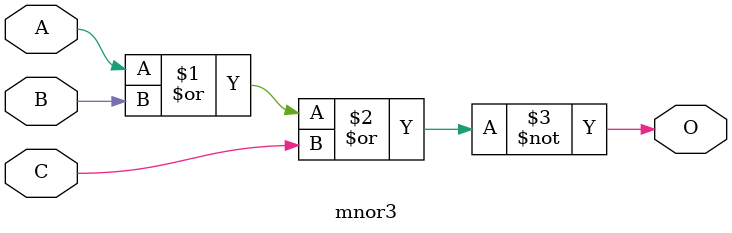
<source format=v>
`timescale 1ps/1ps

module mnor3(O,A,B,C);
  input A,B,C;
  output O;
  assign #150 O=~(A|B|C);
endmodule

</source>
